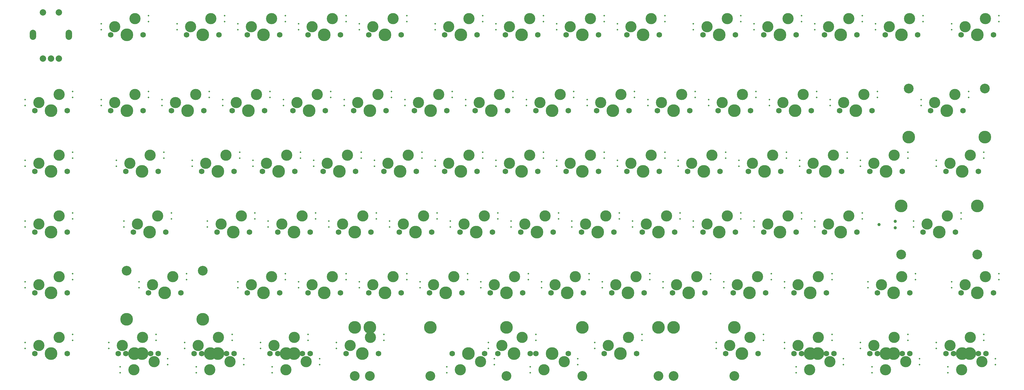
<source format=gbr>
%TF.GenerationSoftware,KiCad,Pcbnew,(5.1.10)-1*%
%TF.CreationDate,2022-05-03T20:22:29+07:00*%
%TF.ProjectId,75F,3735462e-6b69-4636-9164-5f7063625858,rev?*%
%TF.SameCoordinates,Original*%
%TF.FileFunction,Soldermask,Top*%
%TF.FilePolarity,Negative*%
%FSLAX46Y46*%
G04 Gerber Fmt 4.6, Leading zero omitted, Abs format (unit mm)*
G04 Created by KiCad (PCBNEW (5.1.10)-1) date 2022-05-03 20:22:29*
%MOMM*%
%LPD*%
G01*
G04 APERTURE LIST*
%ADD10C,0.500000*%
%ADD11C,3.500000*%
%ADD12C,3.987800*%
%ADD13C,1.750000*%
%ADD14C,3.048000*%
%ADD15C,0.990600*%
%ADD16C,2.000000*%
%ADD17O,2.000000X3.200000*%
G04 APERTURE END LIST*
D10*
%TO.C,MX14*%
X87784000Y-60642500D03*
X87784000Y-62547500D03*
X72898000Y-65087500D03*
D11*
X83502500Y-61595000D03*
D12*
X80962500Y-66675000D03*
D11*
X77152500Y-64135000D03*
D13*
X75882500Y-66675000D03*
X86042500Y-66675000D03*
D10*
X72898000Y-63182500D03*
%TD*%
D12*
%TO.C,MX10*%
X64293750Y-104775000D03*
D11*
X60483750Y-102235000D03*
D10*
X56229250Y-103187500D03*
X71115250Y-100647500D03*
X71115250Y-98742500D03*
D11*
X66833750Y-99695000D03*
D13*
X59213750Y-104775000D03*
X69373750Y-104775000D03*
D10*
X56229250Y-101282500D03*
D12*
X52355750Y-113030000D03*
X76231750Y-113030000D03*
D14*
X52355750Y-97790000D03*
X76231750Y-97790000D03*
%TD*%
D12*
%TO.C,MX9*%
X59531250Y-85725000D03*
D11*
X55721250Y-83185000D03*
D10*
X51466750Y-84137500D03*
X66352750Y-81597500D03*
X66352750Y-79692500D03*
D11*
X62071250Y-80645000D03*
D13*
X54451250Y-85725000D03*
X64611250Y-85725000D03*
D10*
X51466750Y-82232500D03*
%TD*%
D15*
%TO.C,ISP1*%
X288270889Y-83343960D03*
X293350889Y-82327960D03*
X293350889Y-84359960D03*
%TD*%
D10*
%TO.C,MX25*%
X116359000Y-41592500D03*
X116359000Y-43497500D03*
X101473000Y-46037500D03*
D11*
X112077500Y-42545000D03*
D12*
X109537500Y-47625000D03*
D11*
X105727500Y-45085000D03*
D13*
X104457500Y-47625000D03*
X114617500Y-47625000D03*
D10*
X101473000Y-44132500D03*
%TD*%
%TO.C,MX19*%
X97309000Y-41592500D03*
X97309000Y-43497500D03*
X82423000Y-46037500D03*
D11*
X93027500Y-42545000D03*
D12*
X90487500Y-47625000D03*
D11*
X86677500Y-45085000D03*
D13*
X85407500Y-47625000D03*
X95567500Y-47625000D03*
D10*
X82423000Y-44132500D03*
%TD*%
D12*
%TO.C,MX82*%
X159543750Y-123825000D03*
D11*
X163353750Y-126365000D03*
D10*
X167608250Y-125412500D03*
X152722250Y-127952500D03*
X152722250Y-129857500D03*
D11*
X157003750Y-128905000D03*
D13*
X164623750Y-123825000D03*
X154463750Y-123825000D03*
D10*
X167608250Y-127317500D03*
D12*
X171481750Y-115570000D03*
X147605750Y-115570000D03*
D14*
X171481750Y-130810000D03*
X147605750Y-130810000D03*
%TD*%
D12*
%TO.C,MX92*%
X185737500Y-123825000D03*
D11*
X189547500Y-126365000D03*
D10*
X193802000Y-125412500D03*
X178916000Y-127952500D03*
X178916000Y-129857500D03*
D11*
X183197500Y-128905000D03*
D13*
X190817500Y-123825000D03*
X180657500Y-123825000D03*
D10*
X193802000Y-127317500D03*
D12*
X242887500Y-115570000D03*
X128587500Y-115570000D03*
D14*
X242887500Y-130810000D03*
X128587500Y-130810000D03*
%TD*%
D12*
%TO.C,MX91*%
X314325000Y-123825000D03*
D11*
X310515000Y-121285000D03*
D10*
X306260500Y-122237500D03*
X321146500Y-119697500D03*
X321146500Y-117792500D03*
D11*
X316865000Y-118745000D03*
D13*
X309245000Y-123825000D03*
X319405000Y-123825000D03*
D10*
X306260500Y-120332500D03*
%TD*%
%TO.C,MX90*%
X282448000Y-120332500D03*
D13*
X295592500Y-123825000D03*
X285432500Y-123825000D03*
D11*
X286702500Y-121285000D03*
D12*
X290512500Y-123825000D03*
D11*
X293052500Y-118745000D03*
D10*
X282448000Y-122237500D03*
X297334000Y-119697500D03*
X297334000Y-117792500D03*
%TD*%
%TO.C,MX89*%
X112839500Y-127317500D03*
D13*
X99695000Y-123825000D03*
X109855000Y-123825000D03*
D11*
X102235000Y-128905000D03*
D10*
X97953500Y-129857500D03*
X97953500Y-127952500D03*
X112839500Y-125412500D03*
D11*
X108585000Y-126365000D03*
D12*
X104775000Y-123825000D03*
%TD*%
%TO.C,MX88*%
X266700000Y-123825000D03*
D11*
X262890000Y-121285000D03*
D10*
X258635500Y-122237500D03*
X273521500Y-119697500D03*
X273521500Y-117792500D03*
D11*
X269240000Y-118745000D03*
D13*
X261620000Y-123825000D03*
X271780000Y-123825000D03*
D10*
X258635500Y-120332500D03*
%TD*%
%TO.C,MX87*%
X74141000Y-129857500D03*
X74141000Y-127952500D03*
X89027000Y-125412500D03*
D11*
X78422500Y-128905000D03*
D12*
X80962500Y-123825000D03*
D11*
X84772500Y-126365000D03*
D13*
X86042500Y-123825000D03*
X75882500Y-123825000D03*
D10*
X89027000Y-127317500D03*
%TD*%
D12*
%TO.C,MX86*%
X57150000Y-123825000D03*
D11*
X60960000Y-126365000D03*
D10*
X65214500Y-125412500D03*
X50328500Y-127952500D03*
X50328500Y-129857500D03*
D11*
X54610000Y-128905000D03*
D13*
X62230000Y-123825000D03*
X52070000Y-123825000D03*
D10*
X65214500Y-127317500D03*
%TD*%
D12*
%TO.C,MX85*%
X292893750Y-104775000D03*
D11*
X289083750Y-102235000D03*
D10*
X284829250Y-103187500D03*
X299715250Y-100647500D03*
X299715250Y-98742500D03*
D11*
X295433750Y-99695000D03*
D13*
X287813750Y-104775000D03*
X297973750Y-104775000D03*
D10*
X284829250Y-101282500D03*
%TD*%
%TO.C,MX84*%
X311023000Y-101282500D03*
D13*
X324167500Y-104775000D03*
X314007500Y-104775000D03*
D11*
X315277500Y-102235000D03*
D12*
X319087500Y-104775000D03*
D11*
X321627500Y-99695000D03*
D10*
X311023000Y-103187500D03*
X325909000Y-100647500D03*
X325909000Y-98742500D03*
%TD*%
D12*
%TO.C,MX83*%
X126206250Y-123825000D03*
D11*
X122396250Y-121285000D03*
D10*
X118141750Y-122237500D03*
X133027750Y-119697500D03*
X133027750Y-117792500D03*
D11*
X128746250Y-118745000D03*
D13*
X121126250Y-123825000D03*
X131286250Y-123825000D03*
D10*
X118141750Y-120332500D03*
%TD*%
D12*
%TO.C,MX34*%
X207168750Y-123825000D03*
D11*
X203358750Y-121285000D03*
D10*
X199104250Y-122237500D03*
X213990250Y-119697500D03*
X213990250Y-117792500D03*
D11*
X209708750Y-118745000D03*
D13*
X202088750Y-123825000D03*
X212248750Y-123825000D03*
D10*
X199104250Y-120332500D03*
D12*
X195230750Y-115570000D03*
X219106750Y-115570000D03*
D14*
X195230750Y-130810000D03*
X219106750Y-130810000D03*
%TD*%
D12*
%TO.C,MX79*%
X307181250Y-85725000D03*
D11*
X303371250Y-83185000D03*
D10*
X299116750Y-84137500D03*
X314002750Y-81597500D03*
X314002750Y-79692500D03*
D11*
X309721250Y-80645000D03*
D13*
X302101250Y-85725000D03*
X312261250Y-85725000D03*
D10*
X299116750Y-82232500D03*
D12*
X295243250Y-77470000D03*
X319119250Y-77470000D03*
D14*
X295243250Y-92710000D03*
X319119250Y-92710000D03*
%TD*%
D12*
%TO.C,MX40*%
X173831250Y-123825000D03*
D11*
X170021250Y-121285000D03*
D10*
X165766750Y-122237500D03*
X180652750Y-119697500D03*
X180652750Y-117792500D03*
D11*
X176371250Y-118745000D03*
D13*
X168751250Y-123825000D03*
X178911250Y-123825000D03*
D10*
X165766750Y-120332500D03*
D12*
X123831350Y-115570000D03*
X223831150Y-115570000D03*
D14*
X123831350Y-130810000D03*
X223831150Y-130810000D03*
%TD*%
D12*
%TO.C,MX78*%
X314325000Y-66675000D03*
D11*
X310515000Y-64135000D03*
D10*
X306260500Y-65087500D03*
X321146500Y-62547500D03*
X321146500Y-60642500D03*
D11*
X316865000Y-61595000D03*
D13*
X309245000Y-66675000D03*
X319405000Y-66675000D03*
D10*
X306260500Y-63182500D03*
%TD*%
D12*
%TO.C,MX77*%
X309562500Y-47625000D03*
D11*
X305752500Y-45085000D03*
D10*
X301498000Y-46037500D03*
X316384000Y-43497500D03*
X316384000Y-41592500D03*
D11*
X312102500Y-42545000D03*
D13*
X304482500Y-47625000D03*
X314642500Y-47625000D03*
D10*
X301498000Y-44132500D03*
D12*
X297624500Y-55880000D03*
X321500500Y-55880000D03*
D14*
X297624500Y-40640000D03*
X321500500Y-40640000D03*
%TD*%
D10*
%TO.C,MX73*%
X272923000Y-44132500D03*
D13*
X286067500Y-47625000D03*
X275907500Y-47625000D03*
D11*
X277177500Y-45085000D03*
D12*
X280987500Y-47625000D03*
D11*
X283527500Y-42545000D03*
D10*
X272923000Y-46037500D03*
X287809000Y-43497500D03*
X287809000Y-41592500D03*
%TD*%
D12*
%TO.C,MX81*%
X316706250Y-123825000D03*
D11*
X320516250Y-126365000D03*
D10*
X324770750Y-125412500D03*
X309884750Y-127952500D03*
X309884750Y-129857500D03*
D11*
X314166250Y-128905000D03*
D13*
X321786250Y-123825000D03*
X311626250Y-123825000D03*
D10*
X324770750Y-127317500D03*
%TD*%
D12*
%TO.C,MX75*%
X292893750Y-123825000D03*
D11*
X296703750Y-126365000D03*
D10*
X300958250Y-125412500D03*
X286072250Y-127952500D03*
X286072250Y-129857500D03*
D11*
X290353750Y-128905000D03*
D13*
X297973750Y-123825000D03*
X287813750Y-123825000D03*
D10*
X300958250Y-127317500D03*
%TD*%
D12*
%TO.C,MX71*%
X269081250Y-123825000D03*
D11*
X272891250Y-126365000D03*
D10*
X277145750Y-125412500D03*
X262259750Y-127952500D03*
X262259750Y-129857500D03*
D11*
X266541250Y-128905000D03*
D13*
X274161250Y-123825000D03*
X264001250Y-123825000D03*
D10*
X277145750Y-127317500D03*
%TD*%
D12*
%TO.C,MX66*%
X245268750Y-123825000D03*
D11*
X241458750Y-121285000D03*
D10*
X237204250Y-122237500D03*
X252090250Y-119697500D03*
X252090250Y-117792500D03*
D11*
X247808750Y-118745000D03*
D13*
X240188750Y-123825000D03*
X250348750Y-123825000D03*
D10*
X237204250Y-120332500D03*
%TD*%
D12*
%TO.C,MX23*%
X102393750Y-123825000D03*
D11*
X98583750Y-121285000D03*
D10*
X94329250Y-122237500D03*
X109215250Y-119697500D03*
X109215250Y-117792500D03*
D11*
X104933750Y-118745000D03*
D13*
X97313750Y-123825000D03*
X107473750Y-123825000D03*
D10*
X94329250Y-120332500D03*
%TD*%
D12*
%TO.C,MX17*%
X78581250Y-123825000D03*
D11*
X74771250Y-121285000D03*
D10*
X70516750Y-122237500D03*
X85402750Y-119697500D03*
X85402750Y-117792500D03*
D11*
X81121250Y-118745000D03*
D13*
X73501250Y-123825000D03*
X83661250Y-123825000D03*
D10*
X70516750Y-120332500D03*
%TD*%
D12*
%TO.C,MX11*%
X54768750Y-123825000D03*
D11*
X50958750Y-121285000D03*
D10*
X46704250Y-122237500D03*
X61590250Y-119697500D03*
X61590250Y-117792500D03*
D11*
X57308750Y-118745000D03*
D13*
X49688750Y-123825000D03*
X59848750Y-123825000D03*
D10*
X46704250Y-120332500D03*
%TD*%
D12*
%TO.C,MX8*%
X57150000Y-66675000D03*
D11*
X53340000Y-64135000D03*
D10*
X49085500Y-65087500D03*
X63971500Y-62547500D03*
X63971500Y-60642500D03*
D11*
X59690000Y-61595000D03*
D13*
X52070000Y-66675000D03*
X62230000Y-66675000D03*
D10*
X49085500Y-63182500D03*
%TD*%
%TO.C,MX76*%
X311023000Y-20320000D03*
D13*
X324167500Y-23812500D03*
X314007500Y-23812500D03*
D11*
X315277500Y-21272500D03*
D12*
X319087500Y-23812500D03*
D11*
X321627500Y-18732500D03*
D10*
X311023000Y-22225000D03*
X325909000Y-19685000D03*
X325909000Y-17780000D03*
%TD*%
%TO.C,MX74*%
X282448000Y-63182500D03*
D13*
X295592500Y-66675000D03*
X285432500Y-66675000D03*
D11*
X286702500Y-64135000D03*
D12*
X290512500Y-66675000D03*
D11*
X293052500Y-61595000D03*
D10*
X282448000Y-65087500D03*
X297334000Y-62547500D03*
X297334000Y-60642500D03*
%TD*%
%TO.C,MX70*%
X268160500Y-82232500D03*
D13*
X281305000Y-85725000D03*
X271145000Y-85725000D03*
D11*
X272415000Y-83185000D03*
D12*
X276225000Y-85725000D03*
D11*
X278765000Y-80645000D03*
D10*
X268160500Y-84137500D03*
X283046500Y-81597500D03*
X283046500Y-79692500D03*
%TD*%
D16*
%TO.C,SW2*%
X26075000Y-31312500D03*
X28575000Y-31312500D03*
X31075000Y-31312500D03*
D17*
X22975000Y-23812500D03*
X34175000Y-23812500D03*
D16*
X26075000Y-16812500D03*
X31075000Y-16812500D03*
%TD*%
D10*
%TO.C,MX72*%
X302096500Y-17780000D03*
X302096500Y-19685000D03*
X287210500Y-22225000D03*
D11*
X297815000Y-18732500D03*
D12*
X295275000Y-23812500D03*
D11*
X291465000Y-21272500D03*
D13*
X290195000Y-23812500D03*
X300355000Y-23812500D03*
D10*
X287210500Y-20320000D03*
%TD*%
%TO.C,MX69*%
X278284000Y-60642500D03*
X278284000Y-62547500D03*
X263398000Y-65087500D03*
D11*
X274002500Y-61595000D03*
D12*
X271462500Y-66675000D03*
D11*
X267652500Y-64135000D03*
D13*
X266382500Y-66675000D03*
X276542500Y-66675000D03*
D10*
X263398000Y-63182500D03*
%TD*%
%TO.C,MX68*%
X268759000Y-41592500D03*
X268759000Y-43497500D03*
X253873000Y-46037500D03*
D11*
X264477500Y-42545000D03*
D12*
X261937500Y-47625000D03*
D11*
X258127500Y-45085000D03*
D13*
X256857500Y-47625000D03*
X267017500Y-47625000D03*
D10*
X253873000Y-44132500D03*
%TD*%
%TO.C,MX67*%
X283046500Y-17780000D03*
X283046500Y-19685000D03*
X268160500Y-22225000D03*
D11*
X278765000Y-18732500D03*
D12*
X276225000Y-23812500D03*
D11*
X272415000Y-21272500D03*
D13*
X271145000Y-23812500D03*
X281305000Y-23812500D03*
D10*
X268160500Y-20320000D03*
%TD*%
%TO.C,MX65*%
X273521500Y-98742500D03*
X273521500Y-100647500D03*
X258635500Y-103187500D03*
D11*
X269240000Y-99695000D03*
D12*
X266700000Y-104775000D03*
D11*
X262890000Y-102235000D03*
D13*
X261620000Y-104775000D03*
X271780000Y-104775000D03*
D10*
X258635500Y-101282500D03*
%TD*%
%TO.C,MX64*%
X263996500Y-79692500D03*
X263996500Y-81597500D03*
X249110500Y-84137500D03*
D11*
X259715000Y-80645000D03*
D12*
X257175000Y-85725000D03*
D11*
X253365000Y-83185000D03*
D13*
X252095000Y-85725000D03*
X262255000Y-85725000D03*
D10*
X249110500Y-82232500D03*
%TD*%
%TO.C,MX63*%
X259234000Y-60642500D03*
X259234000Y-62547500D03*
X244348000Y-65087500D03*
D11*
X254952500Y-61595000D03*
D12*
X252412500Y-66675000D03*
D11*
X248602500Y-64135000D03*
D13*
X247332500Y-66675000D03*
X257492500Y-66675000D03*
D10*
X244348000Y-63182500D03*
%TD*%
%TO.C,MX62*%
X249709000Y-41592500D03*
X249709000Y-43497500D03*
X234823000Y-46037500D03*
D11*
X245427500Y-42545000D03*
D12*
X242887500Y-47625000D03*
D11*
X239077500Y-45085000D03*
D13*
X237807500Y-47625000D03*
X247967500Y-47625000D03*
D10*
X234823000Y-44132500D03*
%TD*%
%TO.C,MX61*%
X263996500Y-17780000D03*
X263996500Y-19685000D03*
X249110500Y-22225000D03*
D11*
X259715000Y-18732500D03*
D12*
X257175000Y-23812500D03*
D11*
X253365000Y-21272500D03*
D13*
X252095000Y-23812500D03*
X262255000Y-23812500D03*
D10*
X249110500Y-20320000D03*
%TD*%
%TO.C,MX60*%
X254471500Y-98742500D03*
X254471500Y-100647500D03*
X239585500Y-103187500D03*
D11*
X250190000Y-99695000D03*
D12*
X247650000Y-104775000D03*
D11*
X243840000Y-102235000D03*
D13*
X242570000Y-104775000D03*
X252730000Y-104775000D03*
D10*
X239585500Y-101282500D03*
%TD*%
%TO.C,MX59*%
X244946500Y-79692500D03*
X244946500Y-81597500D03*
X230060500Y-84137500D03*
D11*
X240665000Y-80645000D03*
D12*
X238125000Y-85725000D03*
D11*
X234315000Y-83185000D03*
D13*
X233045000Y-85725000D03*
X243205000Y-85725000D03*
D10*
X230060500Y-82232500D03*
%TD*%
%TO.C,MX58*%
X240184000Y-60642500D03*
X240184000Y-62547500D03*
X225298000Y-65087500D03*
D11*
X235902500Y-61595000D03*
D12*
X233362500Y-66675000D03*
D11*
X229552500Y-64135000D03*
D13*
X228282500Y-66675000D03*
X238442500Y-66675000D03*
D10*
X225298000Y-63182500D03*
%TD*%
%TO.C,MX57*%
X230659000Y-41592500D03*
X230659000Y-43497500D03*
X215773000Y-46037500D03*
D11*
X226377500Y-42545000D03*
D12*
X223837500Y-47625000D03*
D11*
X220027500Y-45085000D03*
D13*
X218757500Y-47625000D03*
X228917500Y-47625000D03*
D10*
X215773000Y-44132500D03*
%TD*%
%TO.C,MX56*%
X244946500Y-17780000D03*
X244946500Y-19685000D03*
X230060500Y-22225000D03*
D11*
X240665000Y-18732500D03*
D12*
X238125000Y-23812500D03*
D11*
X234315000Y-21272500D03*
D13*
X233045000Y-23812500D03*
X243205000Y-23812500D03*
D10*
X230060500Y-20320000D03*
%TD*%
%TO.C,MX55*%
X235421500Y-98742500D03*
X235421500Y-100647500D03*
X220535500Y-103187500D03*
D11*
X231140000Y-99695000D03*
D12*
X228600000Y-104775000D03*
D11*
X224790000Y-102235000D03*
D13*
X223520000Y-104775000D03*
X233680000Y-104775000D03*
D10*
X220535500Y-101282500D03*
%TD*%
%TO.C,MX54*%
X225896500Y-79692500D03*
X225896500Y-81597500D03*
X211010500Y-84137500D03*
D11*
X221615000Y-80645000D03*
D12*
X219075000Y-85725000D03*
D11*
X215265000Y-83185000D03*
D13*
X213995000Y-85725000D03*
X224155000Y-85725000D03*
D10*
X211010500Y-82232500D03*
%TD*%
%TO.C,MX53*%
X221134000Y-60642500D03*
X221134000Y-62547500D03*
X206248000Y-65087500D03*
D11*
X216852500Y-61595000D03*
D12*
X214312500Y-66675000D03*
D11*
X210502500Y-64135000D03*
D13*
X209232500Y-66675000D03*
X219392500Y-66675000D03*
D10*
X206248000Y-63182500D03*
%TD*%
%TO.C,MX52*%
X211609000Y-41592500D03*
X211609000Y-43497500D03*
X196723000Y-46037500D03*
D11*
X207327500Y-42545000D03*
D12*
X204787500Y-47625000D03*
D11*
X200977500Y-45085000D03*
D13*
X199707500Y-47625000D03*
X209867500Y-47625000D03*
D10*
X196723000Y-44132500D03*
%TD*%
%TO.C,MX51*%
X221134000Y-17780000D03*
X221134000Y-19685000D03*
X206248000Y-22225000D03*
D11*
X216852500Y-18732500D03*
D12*
X214312500Y-23812500D03*
D11*
X210502500Y-21272500D03*
D13*
X209232500Y-23812500D03*
X219392500Y-23812500D03*
D10*
X206248000Y-20320000D03*
%TD*%
%TO.C,MX50*%
X216371500Y-98742500D03*
X216371500Y-100647500D03*
X201485500Y-103187500D03*
D11*
X212090000Y-99695000D03*
D12*
X209550000Y-104775000D03*
D11*
X205740000Y-102235000D03*
D13*
X204470000Y-104775000D03*
X214630000Y-104775000D03*
D10*
X201485500Y-101282500D03*
%TD*%
%TO.C,MX41*%
X183034000Y-17780000D03*
X183034000Y-19685000D03*
X168148000Y-22225000D03*
D11*
X178752500Y-18732500D03*
D12*
X176212500Y-23812500D03*
D11*
X172402500Y-21272500D03*
D13*
X171132500Y-23812500D03*
X181292500Y-23812500D03*
D10*
X168148000Y-20320000D03*
%TD*%
%TO.C,MX35*%
X163984000Y-17780000D03*
X163984000Y-19685000D03*
X149098000Y-22225000D03*
D11*
X159702500Y-18732500D03*
D12*
X157162500Y-23812500D03*
D11*
X153352500Y-21272500D03*
D13*
X152082500Y-23812500D03*
X162242500Y-23812500D03*
D10*
X149098000Y-20320000D03*
%TD*%
%TO.C,MX29*%
X140171500Y-17780000D03*
X140171500Y-19685000D03*
X125285500Y-22225000D03*
D11*
X135890000Y-18732500D03*
D12*
X133350000Y-23812500D03*
D11*
X129540000Y-21272500D03*
D13*
X128270000Y-23812500D03*
X138430000Y-23812500D03*
D10*
X125285500Y-20320000D03*
%TD*%
%TO.C,MX49*%
X206846500Y-79692500D03*
X206846500Y-81597500D03*
X191960500Y-84137500D03*
D11*
X202565000Y-80645000D03*
D12*
X200025000Y-85725000D03*
D11*
X196215000Y-83185000D03*
D13*
X194945000Y-85725000D03*
X205105000Y-85725000D03*
D10*
X191960500Y-82232500D03*
%TD*%
%TO.C,MX48*%
X202084000Y-60642500D03*
X202084000Y-62547500D03*
X187198000Y-65087500D03*
D11*
X197802500Y-61595000D03*
D12*
X195262500Y-66675000D03*
D11*
X191452500Y-64135000D03*
D13*
X190182500Y-66675000D03*
X200342500Y-66675000D03*
D10*
X187198000Y-63182500D03*
%TD*%
%TO.C,MX47*%
X192559000Y-41592500D03*
X192559000Y-43497500D03*
X177673000Y-46037500D03*
D11*
X188277500Y-42545000D03*
D12*
X185737500Y-47625000D03*
D11*
X181927500Y-45085000D03*
D13*
X180657500Y-47625000D03*
X190817500Y-47625000D03*
D10*
X177673000Y-44132500D03*
%TD*%
%TO.C,MX46*%
X202084000Y-17780000D03*
X202084000Y-19685000D03*
X187198000Y-22225000D03*
D11*
X197802500Y-18732500D03*
D12*
X195262500Y-23812500D03*
D11*
X191452500Y-21272500D03*
D13*
X190182500Y-23812500D03*
X200342500Y-23812500D03*
D10*
X187198000Y-20320000D03*
%TD*%
%TO.C,MX45*%
X197321500Y-98742500D03*
X197321500Y-100647500D03*
X182435500Y-103187500D03*
D11*
X193040000Y-99695000D03*
D12*
X190500000Y-104775000D03*
D11*
X186690000Y-102235000D03*
D13*
X185420000Y-104775000D03*
X195580000Y-104775000D03*
D10*
X182435500Y-101282500D03*
%TD*%
%TO.C,MX44*%
X187796500Y-79692500D03*
X187796500Y-81597500D03*
X172910500Y-84137500D03*
D11*
X183515000Y-80645000D03*
D12*
X180975000Y-85725000D03*
D11*
X177165000Y-83185000D03*
D13*
X175895000Y-85725000D03*
X186055000Y-85725000D03*
D10*
X172910500Y-82232500D03*
%TD*%
%TO.C,MX43*%
X183034000Y-60642500D03*
X183034000Y-62547500D03*
X168148000Y-65087500D03*
D11*
X178752500Y-61595000D03*
D12*
X176212500Y-66675000D03*
D11*
X172402500Y-64135000D03*
D13*
X171132500Y-66675000D03*
X181292500Y-66675000D03*
D10*
X168148000Y-63182500D03*
%TD*%
%TO.C,MX42*%
X173509000Y-41592500D03*
X173509000Y-43497500D03*
X158623000Y-46037500D03*
D11*
X169227500Y-42545000D03*
D12*
X166687500Y-47625000D03*
D11*
X162877500Y-45085000D03*
D13*
X161607500Y-47625000D03*
X171767500Y-47625000D03*
D10*
X158623000Y-44132500D03*
%TD*%
%TO.C,MX36*%
X154459000Y-41592500D03*
X154459000Y-43497500D03*
X139573000Y-46037500D03*
D11*
X150177500Y-42545000D03*
D12*
X147637500Y-47625000D03*
D11*
X143827500Y-45085000D03*
D13*
X142557500Y-47625000D03*
X152717500Y-47625000D03*
D10*
X139573000Y-44132500D03*
%TD*%
%TO.C,MX30*%
X135409000Y-41592500D03*
X135409000Y-43497500D03*
X120523000Y-46037500D03*
D11*
X131127500Y-42545000D03*
D12*
X128587500Y-47625000D03*
D11*
X124777500Y-45085000D03*
D13*
X123507500Y-47625000D03*
X133667500Y-47625000D03*
D10*
X120523000Y-44132500D03*
%TD*%
%TO.C,MX24*%
X121121500Y-17780000D03*
X121121500Y-19685000D03*
X106235500Y-22225000D03*
D11*
X116840000Y-18732500D03*
D12*
X114300000Y-23812500D03*
D11*
X110490000Y-21272500D03*
D13*
X109220000Y-23812500D03*
X119380000Y-23812500D03*
D10*
X106235500Y-20320000D03*
%TD*%
%TO.C,MX39*%
X178271500Y-98742500D03*
X178271500Y-100647500D03*
X163385500Y-103187500D03*
D11*
X173990000Y-99695000D03*
D12*
X171450000Y-104775000D03*
D11*
X167640000Y-102235000D03*
D13*
X166370000Y-104775000D03*
X176530000Y-104775000D03*
D10*
X163385500Y-101282500D03*
%TD*%
%TO.C,MX38*%
X168746500Y-79692500D03*
X168746500Y-81597500D03*
X153860500Y-84137500D03*
D11*
X164465000Y-80645000D03*
D12*
X161925000Y-85725000D03*
D11*
X158115000Y-83185000D03*
D13*
X156845000Y-85725000D03*
X167005000Y-85725000D03*
D10*
X153860500Y-82232500D03*
%TD*%
%TO.C,MX37*%
X163984000Y-60642500D03*
X163984000Y-62547500D03*
X149098000Y-65087500D03*
D11*
X159702500Y-61595000D03*
D12*
X157162500Y-66675000D03*
D11*
X153352500Y-64135000D03*
D13*
X152082500Y-66675000D03*
X162242500Y-66675000D03*
D10*
X149098000Y-63182500D03*
%TD*%
%TO.C,MX33*%
X159221500Y-98742500D03*
X159221500Y-100647500D03*
X144335500Y-103187500D03*
D11*
X154940000Y-99695000D03*
D12*
X152400000Y-104775000D03*
D11*
X148590000Y-102235000D03*
D13*
X147320000Y-104775000D03*
X157480000Y-104775000D03*
D10*
X144335500Y-101282500D03*
%TD*%
%TO.C,MX32*%
X149696500Y-79692500D03*
X149696500Y-81597500D03*
X134810500Y-84137500D03*
D11*
X145415000Y-80645000D03*
D12*
X142875000Y-85725000D03*
D11*
X139065000Y-83185000D03*
D13*
X137795000Y-85725000D03*
X147955000Y-85725000D03*
D10*
X134810500Y-82232500D03*
%TD*%
%TO.C,MX31*%
X144934000Y-60642500D03*
X144934000Y-62547500D03*
X130048000Y-65087500D03*
D11*
X140652500Y-61595000D03*
D12*
X138112500Y-66675000D03*
D11*
X134302500Y-64135000D03*
D13*
X133032500Y-66675000D03*
X143192500Y-66675000D03*
D10*
X130048000Y-63182500D03*
%TD*%
%TO.C,MX28*%
X140171500Y-98742500D03*
X140171500Y-100647500D03*
X125285500Y-103187500D03*
D11*
X135890000Y-99695000D03*
D12*
X133350000Y-104775000D03*
D11*
X129540000Y-102235000D03*
D13*
X128270000Y-104775000D03*
X138430000Y-104775000D03*
D10*
X125285500Y-101282500D03*
%TD*%
%TO.C,MX27*%
X130646500Y-79692500D03*
X130646500Y-81597500D03*
X115760500Y-84137500D03*
D11*
X126365000Y-80645000D03*
D12*
X123825000Y-85725000D03*
D11*
X120015000Y-83185000D03*
D13*
X118745000Y-85725000D03*
X128905000Y-85725000D03*
D10*
X115760500Y-82232500D03*
%TD*%
%TO.C,MX26*%
X125884000Y-60642500D03*
X125884000Y-62547500D03*
X110998000Y-65087500D03*
D11*
X121602500Y-61595000D03*
D12*
X119062500Y-66675000D03*
D11*
X115252500Y-64135000D03*
D13*
X113982500Y-66675000D03*
X124142500Y-66675000D03*
D10*
X110998000Y-63182500D03*
%TD*%
%TO.C,MX22*%
X121121500Y-98742500D03*
X121121500Y-100647500D03*
X106235500Y-103187500D03*
D11*
X116840000Y-99695000D03*
D12*
X114300000Y-104775000D03*
D11*
X110490000Y-102235000D03*
D13*
X109220000Y-104775000D03*
X119380000Y-104775000D03*
D10*
X106235500Y-101282500D03*
%TD*%
%TO.C,MX21*%
X111596500Y-79692500D03*
X111596500Y-81597500D03*
X96710500Y-84137500D03*
D11*
X107315000Y-80645000D03*
D12*
X104775000Y-85725000D03*
D11*
X100965000Y-83185000D03*
D13*
X99695000Y-85725000D03*
X109855000Y-85725000D03*
D10*
X96710500Y-82232500D03*
%TD*%
%TO.C,MX20*%
X106834000Y-60642500D03*
X106834000Y-62547500D03*
X91948000Y-65087500D03*
D11*
X102552500Y-61595000D03*
D12*
X100012500Y-66675000D03*
D11*
X96202500Y-64135000D03*
D13*
X94932500Y-66675000D03*
X105092500Y-66675000D03*
D10*
X91948000Y-63182500D03*
%TD*%
%TO.C,MX18*%
X102071500Y-17780000D03*
X102071500Y-19685000D03*
X87185500Y-22225000D03*
D11*
X97790000Y-18732500D03*
D12*
X95250000Y-23812500D03*
D11*
X91440000Y-21272500D03*
D13*
X90170000Y-23812500D03*
X100330000Y-23812500D03*
D10*
X87185500Y-20320000D03*
%TD*%
%TO.C,MX16*%
X102071500Y-98742500D03*
X102071500Y-100647500D03*
X87185500Y-103187500D03*
D11*
X97790000Y-99695000D03*
D12*
X95250000Y-104775000D03*
D11*
X91440000Y-102235000D03*
D13*
X90170000Y-104775000D03*
X100330000Y-104775000D03*
D10*
X87185500Y-101282500D03*
%TD*%
%TO.C,MX15*%
X92546500Y-79692500D03*
X92546500Y-81597500D03*
X77660500Y-84137500D03*
D11*
X88265000Y-80645000D03*
D12*
X85725000Y-85725000D03*
D11*
X81915000Y-83185000D03*
D13*
X80645000Y-85725000D03*
X90805000Y-85725000D03*
D10*
X77660500Y-82232500D03*
%TD*%
%TO.C,MX13*%
X78259000Y-41592500D03*
X78259000Y-43497500D03*
X63373000Y-46037500D03*
D11*
X73977500Y-42545000D03*
D12*
X71437500Y-47625000D03*
D11*
X67627500Y-45085000D03*
D13*
X66357500Y-47625000D03*
X76517500Y-47625000D03*
D10*
X63373000Y-44132500D03*
%TD*%
%TO.C,MX12*%
X83021500Y-17780000D03*
X83021500Y-19685000D03*
X68135500Y-22225000D03*
D11*
X78740000Y-18732500D03*
D12*
X76200000Y-23812500D03*
D11*
X72390000Y-21272500D03*
D13*
X71120000Y-23812500D03*
X81280000Y-23812500D03*
D10*
X68135500Y-20320000D03*
%TD*%
%TO.C,MX7*%
X59209000Y-41592500D03*
X59209000Y-43497500D03*
X44323000Y-46037500D03*
D11*
X54927500Y-42545000D03*
D12*
X52387500Y-47625000D03*
D11*
X48577500Y-45085000D03*
D13*
X47307500Y-47625000D03*
X57467500Y-47625000D03*
D10*
X44323000Y-44132500D03*
%TD*%
%TO.C,MX6*%
X59209000Y-17780000D03*
X59209000Y-19685000D03*
X44323000Y-22225000D03*
D11*
X54927500Y-18732500D03*
D12*
X52387500Y-23812500D03*
D11*
X48577500Y-21272500D03*
D13*
X47307500Y-23812500D03*
X57467500Y-23812500D03*
D10*
X44323000Y-20320000D03*
%TD*%
%TO.C,MX5*%
X35396500Y-117792500D03*
X35396500Y-119697500D03*
X20510500Y-122237500D03*
D11*
X31115000Y-118745000D03*
D12*
X28575000Y-123825000D03*
D11*
X24765000Y-121285000D03*
D13*
X23495000Y-123825000D03*
X33655000Y-123825000D03*
D10*
X20510500Y-120332500D03*
%TD*%
%TO.C,MX4*%
X35396500Y-98742500D03*
X35396500Y-100647500D03*
X20510500Y-103187500D03*
D11*
X31115000Y-99695000D03*
D12*
X28575000Y-104775000D03*
D11*
X24765000Y-102235000D03*
D13*
X23495000Y-104775000D03*
X33655000Y-104775000D03*
D10*
X20510500Y-101282500D03*
%TD*%
%TO.C,MX3*%
X35396500Y-79692500D03*
X35396500Y-81597500D03*
X20510500Y-84137500D03*
D11*
X31115000Y-80645000D03*
D12*
X28575000Y-85725000D03*
D11*
X24765000Y-83185000D03*
D13*
X23495000Y-85725000D03*
X33655000Y-85725000D03*
D10*
X20510500Y-82232500D03*
%TD*%
%TO.C,MX2*%
X35396500Y-60642500D03*
X35396500Y-62547500D03*
X20510500Y-65087500D03*
D11*
X31115000Y-61595000D03*
D12*
X28575000Y-66675000D03*
D11*
X24765000Y-64135000D03*
D13*
X23495000Y-66675000D03*
X33655000Y-66675000D03*
D10*
X20510500Y-63182500D03*
%TD*%
%TO.C,MX1*%
X35396500Y-41592500D03*
X35396500Y-43497500D03*
X20510500Y-46037500D03*
D11*
X31115000Y-42545000D03*
D12*
X28575000Y-47625000D03*
D11*
X24765000Y-45085000D03*
D13*
X23495000Y-47625000D03*
X33655000Y-47625000D03*
D10*
X20510500Y-44132500D03*
%TD*%
M02*

</source>
